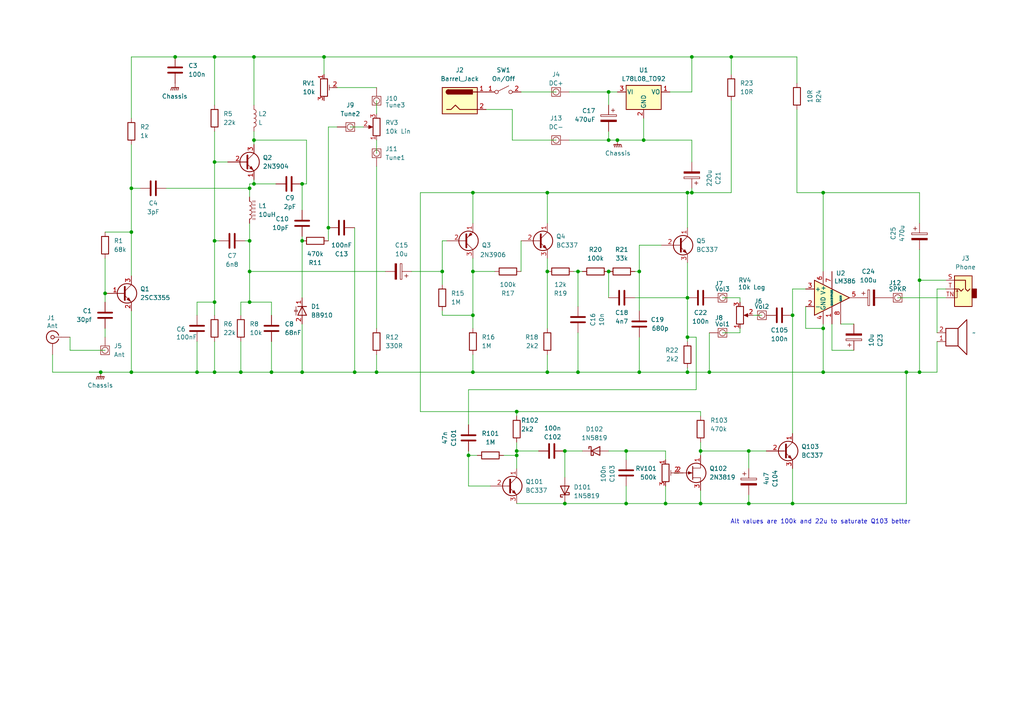
<source format=kicad_sch>
(kicad_sch (version 20231120) (generator "eeschema") (generator_version "8.0")
  (paper "A4")
  (title_block (title "G1OJS Airband Superregen with Speaker with Auto Squelch") (date "2024-05-17") (rev "7"))
  (lib_symbols
    (symbol "Amplifier_Audio:LM386" (pin_names (offset 0.127))
      (property "Reference" "U" (at 1.27 7.62 0))
      (property "Value" "LM386" (at 1.27 5.08 0))
      (symbol "LM386_1_1"
        (pin input line (at 0 -7.62 90) (length 5.08) (name "GAIN") (number "1"))
        (pin input line (at -7.62 -2.54 0) (length 2.54) (name "-") (number "2"))
        (pin input line (at -7.62 2.54 0) (length 2.54) (name "+") (number "3"))
        (pin power_in line (at -2.54 -7.62 90) (length 3.81) (name "GND") (number "4"))
        (pin output line (at 7.62 0 180) (length 2.54) (name "~") (number "5"))
        (pin power_in line (at -2.54 7.62 270) (length 3.81) (name "V+") (number "6"))
        (pin input line (at 0 7.62 270) (length 5.08) (name "BYPASS") (number "7"))
        (pin input line (at 2.54 -7.62 90) (length 6.35) (name "GAIN") (number "8"))
      )
    )
    (symbol "Connector:Barrel_Jack" (pin_names (offset 1.016))
      (property "Reference" "J" (at 0 5.334 0))
      (property "Value" "Barrel_Jack" (at 0 -5.08 0))
      (symbol "Barrel_Jack_1_1"
        (pin passive line (at 7.62 2.54 180) (length 2.54) (name "~") (number "1"))
        (pin passive line (at 7.62 -2.54 180) (length 2.54) (name "~") (number "2"))
      )
    )
    (symbol "Connector:Conn_Coaxial" (pin_numbers hide) (pin_names (offset 1.016) hide)
      (property "Reference" "J" (at 0.254 3.048 0))
      (property "Value" "Conn_Coaxial" (at 2.921 0 90))
      (symbol "Conn_Coaxial_1_1"
        (pin passive line (at -5.08 0 0) (length 2.54) (name "In") (number "1"))
        (pin passive line (at 0 -5.08 90) (length 2.54) (name "Ext") (number "2"))
      )
    )
    (symbol "Connector_Audio:AudioJack2_SwitchT"
      (property "Reference" "J" (at 0 8.89 0))
      (property "Value" "AudioJack2_SwitchT" (at 0 6.35 0))
      (symbol "AudioJack2_SwitchT_1_1"
        (pin passive line (at 5.08 2.54 180) (length 2.54) (name "~") (number "S"))
        (pin passive line (at 5.08 0 180) (length 2.54) (name "~") (number "T"))
        (pin passive line (at 5.08 -2.54 180) (length 2.54) (name "~") (number "TN"))
      )
    )
    (symbol "Device:C" (pin_numbers hide) (pin_names (offset 0.254))
      (property "Reference" "C" (at 0.635 2.54 0))
      (property "Value" "C" (at 0.635 -2.54 0))
      (symbol "C_1_1"
        (pin passive line (at 0 3.81 270) (length 2.794) (name "~") (number "1"))
        (pin passive line (at 0 -3.81 90) (length 2.794) (name "~") (number "2"))
      )
    )
    (symbol "Device:C_Polarized" (pin_numbers hide) (pin_names (offset 0.254))
      (property "Reference" "C" (at 0.635 2.54 0))
      (property "Value" "C_Polarized" (at 0.635 -2.54 0))
      (symbol "C_Polarized_1_1"
        (pin passive line (at 0 3.81 270) (length 2.794) (name "~") (number "1"))
        (pin passive line (at 0 -3.81 90) (length 2.794) (name "~") (number "2"))
      )
    )
    (symbol "Device:L" (pin_numbers hide) (pin_names (offset 1.016) hide)
      (property "Reference" "L" (at -1.27 0 90))
      (property "Value" "L" (at 1.905 0 90))
      (symbol "L_1_1"
        (pin passive line (at 0 3.81 270) (length 1.27) (name "1") (number "1"))
        (pin passive line (at 0 -3.81 90) (length 1.27) (name "2") (number "2"))
      )
    )
    (symbol "Device:L_Ferrite" (pin_numbers hide) (pin_names (offset 1.016) hide)
      (property "Reference" "L" (at -1.27 0 90))
      (property "Value" "L_Ferrite" (at 2.794 0 90))
      (symbol "L_Ferrite_1_1"
        (pin passive line (at 0 3.81 270) (length 1.27) (name "1") (number "1"))
        (pin passive line (at 0 -3.81 90) (length 1.27) (name "2") (number "2"))
      )
    )
    (symbol "Device:R" (pin_numbers hide) (pin_names (offset 0))
      (property "Reference" "R" (at 2.032 0 90))
      (property "Value" "R" (at 0 0 90))
      (symbol "R_1_1"
        (pin passive line (at 0 3.81 270) (length 1.27) (name "~") (number "1"))
        (pin passive line (at 0 -3.81 90) (length 1.27) (name "~") (number "2"))
      )
    )
    (symbol "Device:R_Potentiometer" (pin_names (offset 1.016) hide)
      (property "Reference" "RV" (at -4.445 0 90))
      (property "Value" "R_Potentiometer" (at -2.54 0 90))
      (symbol "R_Potentiometer_1_1"
        (pin passive line (at 0 3.81 270) (length 1.27) (name "1") (number "1"))
        (pin passive line (at 3.81 0 180) (length 1.27) (name "2") (number "2"))
        (pin passive line (at 0 -3.81 90) (length 1.27) (name "3") (number "3"))
      )
    )
    (symbol "Device:R_Potentiometer_Trim" (pin_names (offset 1.016) hide)
      (property "Reference" "RV" (at -4.445 0 90))
      (property "Value" "R_Potentiometer_Trim" (at -2.54 0 90))
      (symbol "R_Potentiometer_Trim_1_1"
        (pin passive line (at 0 3.81 270) (length 1.27) (name "1") (number "1"))
        (pin passive line (at 3.81 0 180) (length 1.27) (name "2") (number "2"))
        (pin passive line (at 0 -3.81 90) (length 1.27) (name "3") (number "3"))
      )
    )
    (symbol "Device:Speaker" (pin_names (offset 0) hide)
      (property "Reference" "LS" (at 1.27 5.715 0))
      (property "Value" "Speaker" (at 1.27 3.81 0))
      (symbol "Speaker_1_1"
        (pin input line (at -5.08 0 0) (length 2.54) (name "1") (number "1"))
        (pin input line (at -5.08 -2.54 0) (length 2.54) (name "2") (number "2"))
      )
    )
    (symbol "Diode:1N5819" (pin_numbers hide) (pin_names (offset 1.016) hide)
      (property "Reference" "D" (at 0 2.54 0))
      (property "Value" "1N5819" (at 0 -2.54 0))
      (symbol "1N5819_1_1"
        (pin passive line (at -3.81 0 0) (length 2.54) (name "K") (number "1"))
        (pin passive line (at 3.81 0 180) (length 2.54) (name "A") (number "2"))
      )
    )
    (symbol "FlyingLead_THTPad_2.0x2.0mm_Drill1.0mm_1_1" (pin_numbers hide) (pin_names (offset 0) hide)
      (property "Reference" "J" (at 0 2.54 0))
      (symbol "FlyingLead_THTPad_2.0x2.0mm_Drill1.0mm_1_1_1_0"
        (pin passive line (at 0 0 180) (length 0) (name "") (number "1"))
      )
      (symbol "FlyingLead_THTPad_2.0x2.0mm_Drill1.0mm_1_1_1_1"
        (pin passive line (at -3.81 0 0) (length 2.54) (name "") (number "1"))
      )
    )
    (symbol "FlyingLead_THTPad_2.0x2.0mm_Drill1.0mm_1_2" (pin_numbers hide) (pin_names (offset 0) hide)
      (property "Reference" "J" (at 0 2.54 0))
      (symbol "FlyingLead_THTPad_2.0x2.0mm_Drill1.0mm_1_2_1_0"
        (pin passive line (at 0 0 180) (length 0) (name "") (number "1"))
      )
      (symbol "FlyingLead_THTPad_2.0x2.0mm_Drill1.0mm_1_2_1_1"
        (pin passive line (at -3.81 0 0) (length 2.54) (name "") (number "1"))
      )
    )
    (symbol "FlyingLead_THTPad_2.0x2.0mm_Drill1.0mm_1_3" (pin_numbers hide) (pin_names (offset 0) hide)
      (property "Reference" "J" (at 0 2.54 0))
      (symbol "FlyingLead_THTPad_2.0x2.0mm_Drill1.0mm_1_3_1_0"
        (pin passive line (at 0 0 180) (length 0) (name "") (number "1"))
      )
      (symbol "FlyingLead_THTPad_2.0x2.0mm_Drill1.0mm_1_3_1_1"
        (pin passive line (at -3.81 0 0) (length 2.54) (name "") (number "1"))
      )
    )
    (symbol "FlyingLead_THTPad_2.0x2.0mm_Drill1.0mm_1_4" (pin_numbers hide) (pin_names (offset 0) hide)
      (property "Reference" "J" (at 0 2.54 0))
      (symbol "FlyingLead_THTPad_2.0x2.0mm_Drill1.0mm_1_4_1_0"
        (pin passive line (at 0 0 180) (length 0) (name "") (number "1"))
      )
      (symbol "FlyingLead_THTPad_2.0x2.0mm_Drill1.0mm_1_4_1_1"
        (pin passive line (at -3.81 0 0) (length 2.54) (name "") (number "1"))
      )
    )
    (symbol "Regulator_Linear:L78L08_TO92" (pin_names (offset 0.254))
      (property "Reference" "U" (at -3.81 3.175 0))
      (property "Value" "L78L08_TO92" (at 0 3.175 0))
      (symbol "L78L08_TO92_1_1"
        (pin power_out line (at 7.62 0 180) (length 2.54) (name "VO") (number "1"))
        (pin power_in line (at 0 -7.62 90) (length 2.54) (name "GND") (number "2"))
        (pin power_in line (at -7.62 0 0) (length 2.54) (name "VI") (number "3"))
      )
    )
    (symbol "Switch:SW_SPST" (pin_names (offset 0) hide)
      (property "Reference" "SW" (at 0 3.175 0))
      (property "Value" "SW_SPST" (at 0 -2.54 0))
      (symbol "SW_SPST_1_1"
        (pin passive line (at -5.08 0 0) (length 2.54) (name "A") (number "1"))
        (pin passive line (at 5.08 0 180) (length 2.54) (name "B") (number "2"))
      )
    )
    (symbol "Transistor_BJT:2N3904" (pin_names (offset 0) hide)
      (property "Reference" "Q" (at 5.08 1.905 0))
      (property "Value" "2N3904" (at 5.08 0 0))
      (symbol "2N3904_1_1"
        (pin passive line (at 2.54 -5.08 90) (length 2.54) (name "E") (number "1"))
        (pin passive line (at -5.08 0 0) (length 5.715) (name "B") (number "2"))
        (pin passive line (at 2.54 5.08 270) (length 2.54) (name "C") (number "3"))
      )
    )
    (symbol "Transistor_BJT:2N3906" (pin_names (offset 0) hide)
      (property "Reference" "Q" (at 5.08 1.905 0))
      (property "Value" "2N3906" (at 5.08 0 0))
      (symbol "2N3906_1_1"
        (pin passive line (at 2.54 -5.08 90) (length 2.54) (name "E") (number "1"))
        (pin input line (at -5.08 0 0) (length 5.715) (name "B") (number "2"))
        (pin passive line (at 2.54 5.08 270) (length 2.54) (name "C") (number "3"))
      )
    )
    (symbol "Transistor_BJT:BC337" (pin_names (offset 0) hide)
      (property "Reference" "Q" (at 5.08 1.905 0))
      (property "Value" "BC337" (at 5.08 0 0))
      (symbol "BC337_1_1"
        (pin passive line (at 2.54 5.08 270) (length 2.54) (name "C") (number "1"))
        (pin input line (at -5.08 0 0) (length 5.08) (name "B") (number "2"))
        (pin passive line (at 2.54 -5.08 90) (length 2.54) (name "E") (number "3"))
      )
    )
    (symbol "Transistor_FET:2N3819" (pin_names hide)
      (property "Reference" "Q" (at 5.08 1.905 0))
      (property "Value" "2N3819" (at 5.08 0 0))
      (symbol "2N3819_1_1"
        (pin passive line (at 2.54 5.08 270) (length 2.54) (name "D") (number "1"))
        (pin input line (at -5.08 0 0) (length 2.54) (name "G") (number "2"))
        (pin passive line (at 2.54 -5.08 90) (length 2.54) (name "S") (number "3"))
      )
    )
    (symbol "power:GNDPWR" (power) (pin_numbers hide) (pin_names (offset 0) hide)
      (property "Value" "GNDPWR" (at 0 -3.302 0))
      (symbol "GNDPWR_1_1"
        (pin power_in line (at 0 0 270) (length 0) (name "~") (number "1"))
      )
    )
    (symbol "z_Diode_Varicap:BB910" (pin_names (offset 0) hide)
      (property "Reference" "D" (at -1.27 4.064 0))
      (property "Value" "BB910" (at 0 0 0))
      (symbol "BB910_1_1"
        (pin passive line (at -3.81 0 0) (length 2.54) (name "K") (number "1"))
        (pin passive line (at 3.81 0 180) (length 2.54) (name "A") (number "2"))
      )
    )
    (symbol "z_Pads:FlyingLead_THTPad_2.0x2.0mm_Drill1.0mm_1" (pin_numbers hide) (pin_names (offset 0) hide)
      (property "Reference" "J" (at 0 2.54 0))
      (symbol "FlyingLead_THTPad_2.0x2.0mm_Drill1.0mm_1_1_0"
        (pin passive line (at 0 0 180) (length 0) (name "") (number "1"))
      )
      (symbol "FlyingLead_THTPad_2.0x2.0mm_Drill1.0mm_1_1_1"
        (pin passive line (at -3.81 0 0) (length 2.54) (name "") (number "1"))
      )
    )
    (symbol "z_Transistor_BJT:2SC3355" (pin_names (offset 0) hide)
      (property "Reference" "Q" (at 5.588 -0.762 0))
      (property "Value" "2SC3355" (at 9.144 -2.794 0))
      (symbol "2SC3355_1_1"
        (pin passive line (at -5.08 0 0) (length 5.715) (name "B") (number "1"))
        (pin passive line (at 2.54 -5.08 90) (length 2.54) (name "E") (number "2"))
        (pin passive line (at 2.54 5.08 270) (length 2.54) (name "C") (number "3"))
      )
    )
  )
  (junction (at 179.07 40.64))
  (junction (at 95.25 66.04))
  (junction (at 199.39 107.95))
  (junction (at 137.16 107.95))
  (junction (at 158.75 78.74))
  (junction (at 185.42 107.95))
  (junction (at 62.23 16.51))
  (junction (at 62.23 107.95))
  (junction (at 186.69 40.64))
  (junction (at 266.7 107.95))
  (junction (at 167.64 78.74))
  (junction (at 200.66 55.88))
  (junction (at 102.87 107.95))
  (junction (at 29.21 107.95))
  (junction (at 185.42 78.74))
  (junction (at 109.22 107.95))
  (junction (at 158.75 107.95))
  (junction (at 176.53 40.64))
  (junction (at 176.53 78.74))
  (junction (at 69.85 107.95))
  (junction (at 128.27 78.74))
  (junction (at 87.63 69.85))
  (junction (at 38.1 54.61))
  (junction (at 50.8 16.51))
  (junction (at 62.23 69.85))
  (junction (at 266.7 81.28))
  (junction (at 217.17 130.81))
  (junction (at 87.63 107.95))
  (junction (at 78.74 107.95))
  (junction (at 238.76 95.25))
  (junction (at 135.89 132.08))
  (junction (at 73.66 16.51))
  (junction (at 137.16 78.74))
  (junction (at 163.83 146.05))
  (junction (at 38.1 67.31))
  (junction (at 199.39 97.79))
  (junction (at 212.09 16.51))
  (junction (at 72.39 54.61))
  (junction (at 205.74 107.95))
  (junction (at 199.39 86.36))
  (junction (at 87.63 53.34))
  (junction (at 200.66 16.51))
  (junction (at 72.39 87.63))
  (junction (at 38.1 107.95))
  (junction (at 73.66 53.34))
  (junction (at 93.98 16.51))
  (junction (at 137.16 55.88))
  (junction (at 149.86 130.81))
  (junction (at 217.17 146.05))
  (junction (at 163.83 130.81))
  (junction (at 62.23 46.99))
  (junction (at 176.53 26.67))
  (junction (at 203.2 130.81))
  (junction (at 30.48 85.09))
  (junction (at 262.89 107.95))
  (junction (at 72.39 78.74))
  (junction (at 149.86 119.38))
  (junction (at 158.75 55.88))
  (junction (at 238.76 107.95))
  (junction (at 137.16 91.44))
  (junction (at 193.04 146.05))
  (junction (at 181.61 130.81))
  (junction (at 149.86 132.08))
  (junction (at 181.61 146.05))
  (junction (at 229.87 146.05))
  (junction (at 57.15 107.95))
  (junction (at 203.2 146.05))
  (junction (at 199.39 55.88))
  (junction (at 62.23 87.63))
  (junction (at 72.39 69.85))
  (junction (at 73.66 40.64))
  (junction (at 229.87 91.44))
  (junction (at 238.76 55.88))
  (junction (at 167.64 107.95))
  (wire (pts (xy 40.64 54.61) (xy 38.1 54.61)))
  (wire (pts (xy 151.13 26.67) (xy 161.29 26.67)))
  (wire (pts (xy 30.48 67.31) (xy 38.1 67.31)))
  (wire (pts (xy 229.87 83.82) (xy 229.87 91.44)))
  (wire (pts (xy 149.86 128.27) (xy 149.86 130.81)))
  (wire (pts (xy 243.84 93.98) (xy 247.65 93.98)))
  (wire (pts (xy 158.75 55.88) (xy 158.75 64.77)))
  (wire (pts (xy 73.66 16.51) (xy 93.98 16.51)))
  (wire (pts (xy 158.75 55.88) (xy 199.39 55.88)))
  (wire (pts (xy 233.68 95.25) (xy 238.76 95.25)))
  (wire (pts (xy 73.66 40.64) (xy 73.66 41.91)))
  (wire (pts (xy 209.55 96.52) (xy 214.63 96.52)))
  (wire (pts (xy 186.69 34.29) (xy 186.69 40.64)))
  (wire (pts (xy 185.42 78.74) (xy 185.42 90.17)))
  (wire (pts (xy 158.75 102.87) (xy 158.75 107.95)))
  (wire (pts (xy 137.16 55.88) (xy 158.75 55.88)))
  (wire (pts (xy 199.39 97.79) (xy 199.39 99.06)))
  (wire (pts (xy 15.24 102.87) (xy 15.24 107.95)))
  (wire (pts (xy 158.75 78.74) (xy 158.75 95.25)))
  (wire (pts (xy 238.76 95.25) (xy 238.76 107.95)))
  (wire (pts (xy 260.35 86.36) (xy 274.32 86.36)))
  (wire (pts (xy 57.15 87.63) (xy 57.15 91.44)))
  (wire (pts (xy 165.1 26.67) (xy 176.53 26.67)))
  (wire (pts (xy 185.42 71.12) (xy 185.42 78.74)))
  (wire (pts (xy 176.53 130.81) (xy 181.61 130.81)))
  (wire (pts (xy 62.23 99.06) (xy 62.23 107.95)))
  (wire (pts (xy 167.64 78.74) (xy 167.64 88.9)))
  (wire (pts (xy 200.66 16.51) (xy 200.66 26.67)))
  (wire (pts (xy 87.63 69.85) (xy 87.63 86.36)))
  (wire (pts (xy 199.39 106.68) (xy 199.39 107.95)))
  (wire (pts (xy 69.85 87.63) (xy 69.85 91.44)))
  (wire (pts (xy 212.09 21.59) (xy 212.09 16.51)))
  (wire (pts (xy 128.27 69.85) (xy 129.54 69.85)))
  (wire (pts (xy 78.74 87.63) (xy 78.74 91.44)))
  (wire (pts (xy 205.74 86.36) (xy 207.01 86.36)))
  (wire (pts (xy 62.23 38.1) (xy 62.23 46.99)))
  (wire (pts (xy 165.1 40.64) (xy 176.53 40.64)))
  (wire (pts (xy 168.91 130.81) (xy 163.83 130.81)))
  (wire (pts (xy 62.23 69.85) (xy 62.23 87.63)))
  (wire (pts (xy 30.48 85.09) (xy 30.48 87.63)))
  (wire (pts (xy 176.53 38.1) (xy 176.53 40.64)))
  (wire (pts (xy 200.66 46.99) (xy 200.66 40.64)))
  (wire (pts (xy 229.87 146.05) (xy 262.89 146.05)))
  (wire (pts (xy 73.66 52.07) (xy 73.66 53.34)))
  (wire (pts (xy 200.66 16.51) (xy 212.09 16.51)))
  (wire (pts (xy 87.63 107.95) (xy 102.87 107.95)))
  (wire (pts (xy 119.38 78.74) (xy 128.27 78.74)))
  (wire (pts (xy 149.86 130.81) (xy 149.86 132.08)))
  (wire (pts (xy 30.48 74.93) (xy 30.48 85.09)))
  (wire (pts (xy 176.53 30.48) (xy 176.53 26.67)))
  (wire (pts (xy 271.78 99.06) (xy 271.78 107.95)))
  (wire (pts (xy 241.3 101.6) (xy 247.65 101.6)))
  (wire (pts (xy 20.32 97.79) (xy 20.32 101.6)))
  (wire (pts (xy 50.8 16.51) (xy 62.23 16.51)))
  (wire (pts (xy 231.14 16.51) (xy 231.14 24.13)))
  (wire (pts (xy 63.5 69.85) (xy 62.23 69.85)))
  (wire (pts (xy 185.42 71.12) (xy 191.77 71.12)))
  (wire (pts (xy 238.76 93.98) (xy 238.76 95.25)))
  (wire (pts (xy 217.17 130.81) (xy 203.2 130.81)))
  (wire (pts (xy 229.87 91.44) (xy 229.87 125.73)))
  (wire (pts (xy 161.29 40.64) (xy 148.59 40.64)))
  (wire (pts (xy 266.7 72.39) (xy 266.7 81.28)))
  (wire (pts (xy 87.63 53.34) (xy 88.9 53.34)))
  (wire (pts (xy 62.23 87.63) (xy 62.23 91.44)))
  (wire (pts (xy 80.01 53.34) (xy 73.66 53.34)))
  (wire (pts (xy 199.39 55.88) (xy 199.39 66.04)))
  (wire (pts (xy 128.27 69.85) (xy 128.27 78.74)))
  (wire (pts (xy 57.15 87.63) (xy 62.23 87.63)))
  (wire (pts (xy 78.74 107.95) (xy 87.63 107.95)))
  (wire (pts (xy 262.89 146.05) (xy 262.89 107.95)))
  (wire (pts (xy 200.66 55.88) (xy 200.66 54.61)))
  (wire (pts (xy 72.39 78.74) (xy 72.39 87.63)))
  (wire (pts (xy 266.7 55.88) (xy 266.7 64.77)))
  (wire (pts (xy 151.13 69.85) (xy 151.13 78.74)))
  (wire (pts (xy 200.66 55.88) (xy 199.39 55.88)))
  (wire (pts (xy 95.25 69.85) (xy 95.25 66.04)))
  (wire (pts (xy 203.2 120.65) (xy 203.2 119.38)))
  (wire (pts (xy 69.85 87.63) (xy 72.39 87.63)))
  (wire (pts (xy 78.74 99.06) (xy 78.74 107.95)))
  (wire (pts (xy 229.87 83.82) (xy 233.68 83.82)))
  (wire (pts (xy 109.22 40.64) (xy 109.22 44.45)))
  (wire (pts (xy 137.16 107.95) (xy 158.75 107.95)))
  (wire (pts (xy 205.74 107.95) (xy 238.76 107.95)))
  (wire (pts (xy 181.61 130.81) (xy 193.04 130.81)))
  (wire (pts (xy 185.42 97.79) (xy 185.42 107.95)))
  (wire (pts (xy 194.31 26.67) (xy 200.66 26.67)))
  (wire (pts (xy 135.89 113.03) (xy 135.89 123.19)))
  (wire (pts (xy 48.26 54.61) (xy 72.39 54.61)))
  (wire (pts (xy 109.22 48.26) (xy 109.22 95.25)))
  (wire (pts (xy 217.17 143.51) (xy 217.17 146.05)))
  (wire (pts (xy 72.39 53.34) (xy 72.39 54.61)))
  (wire (pts (xy 199.39 76.2) (xy 199.39 86.36)))
  (wire (pts (xy 138.43 132.08) (xy 135.89 132.08)))
  (wire (pts (xy 209.55 86.36) (xy 214.63 86.36)))
  (wire (pts (xy 195.58 137.16) (xy 196.85 137.16)))
  (wire (pts (xy 167.64 96.52) (xy 167.64 107.95)))
  (wire (pts (xy 238.76 107.95) (xy 262.89 107.95)))
  (wire (pts (xy 212.09 16.51) (xy 231.14 16.51)))
  (wire (pts (xy 181.61 146.05) (xy 193.04 146.05)))
  (wire (pts (xy 163.83 146.05) (xy 181.61 146.05)))
  (wire (pts (xy 137.16 78.74) (xy 137.16 91.44)))
  (wire (pts (xy 137.16 74.93) (xy 137.16 78.74)))
  (wire (pts (xy 121.92 119.38) (xy 121.92 55.88)))
  (wire (pts (xy 193.04 140.97) (xy 193.04 146.05)))
  (wire (pts (xy 203.2 130.81) (xy 203.2 132.08)))
  (wire (pts (xy 199.39 107.95) (xy 205.74 107.95)))
  (wire (pts (xy 38.1 67.31) (xy 38.1 80.01)))
  (wire (pts (xy 181.61 140.97) (xy 181.61 146.05)))
  (wire (pts (xy 29.21 107.95) (xy 38.1 107.95)))
  (wire (pts (xy 62.23 46.99) (xy 62.23 69.85)))
  (wire (pts (xy 62.23 107.95) (xy 57.15 107.95)))
  (wire (pts (xy 121.92 55.88) (xy 137.16 55.88)))
  (wire (pts (xy 146.05 132.08) (xy 149.86 132.08)))
  (wire (pts (xy 15.24 107.95) (xy 29.21 107.95)))
  (wire (pts (xy 137.16 102.87) (xy 137.16 107.95)))
  (wire (pts (xy 101.6 36.83) (xy 105.41 36.83)))
  (wire (pts (xy 176.53 40.64) (xy 179.07 40.64)))
  (wire (pts (xy 137.16 55.88) (xy 137.16 64.77)))
  (wire (pts (xy 149.86 119.38) (xy 149.86 120.65)))
  (wire (pts (xy 179.07 26.67) (xy 176.53 26.67)))
  (wire (pts (xy 201.93 97.79) (xy 199.39 97.79)))
  (wire (pts (xy 203.2 142.24) (xy 203.2 146.05)))
  (wire (pts (xy 135.89 113.03) (xy 201.93 113.03)))
  (wire (pts (xy 69.85 99.06) (xy 69.85 107.95)))
  (wire (pts (xy 38.1 16.51) (xy 50.8 16.51)))
  (wire (pts (xy 93.98 16.51) (xy 200.66 16.51)))
  (wire (pts (xy 128.27 91.44) (xy 137.16 91.44)))
  (wire (pts (xy 231.14 31.75) (xy 231.14 55.88)))
  (wire (pts (xy 212.09 55.88) (xy 200.66 55.88)))
  (wire (pts (xy 30.48 95.25) (xy 30.48 97.79)))
  (wire (pts (xy 149.86 130.81) (xy 156.21 130.81)))
  (wire (pts (xy 167.64 107.95) (xy 185.42 107.95)))
  (wire (pts (xy 72.39 54.61) (xy 72.39 57.15)))
  (wire (pts (xy 176.53 78.74) (xy 176.53 86.36)))
  (wire (pts (xy 238.76 55.88) (xy 266.7 55.88)))
  (wire (pts (xy 212.09 29.21) (xy 212.09 55.88)))
  (wire (pts (xy 102.87 107.95) (xy 109.22 107.95)))
  (wire (pts (xy 149.86 119.38) (xy 203.2 119.38)))
  (wire (pts (xy 238.76 55.88) (xy 238.76 78.74)))
  (wire (pts (xy 203.2 128.27) (xy 203.2 130.81)))
  (wire (pts (xy 271.78 83.82) (xy 274.32 83.82)))
  (wire (pts (xy 214.63 96.52) (xy 214.63 95.25)))
  (wire (pts (xy 217.17 130.81) (xy 217.17 135.89)))
  (wire (pts (xy 73.66 40.64) (xy 88.9 40.64)))
  (wire (pts (xy 73.66 38.1) (xy 73.66 40.64)))
  (wire (pts (xy 217.17 146.05) (xy 229.87 146.05)))
  (wire (pts (xy 222.25 91.44) (xy 224.79 91.44)))
  (wire (pts (xy 57.15 99.06) (xy 57.15 107.95)))
  (wire (pts (xy 193.04 133.35) (xy 193.04 130.81)))
  (wire (pts (xy 38.1 54.61) (xy 38.1 67.31)))
  (wire (pts (xy 163.83 130.81) (xy 163.83 138.43)))
  (wire (pts (xy 149.86 132.08) (xy 149.86 135.89)))
  (wire (pts (xy 135.89 130.81) (xy 135.89 132.08)))
  (wire (pts (xy 181.61 130.81) (xy 181.61 133.35)))
  (wire (pts (xy 149.86 146.05) (xy 163.83 146.05)))
  (wire (pts (xy 93.98 21.59) (xy 93.98 16.51)))
  (wire (pts (xy 102.87 66.04) (xy 102.87 107.95)))
  (wire (pts (xy 128.27 91.44) (xy 128.27 90.17)))
  (wire (pts (xy 222.25 130.81) (xy 217.17 130.81)))
  (wire (pts (xy 241.3 93.98) (xy 241.3 101.6)))
  (wire (pts (xy 135.89 132.08) (xy 135.89 140.97)))
  (wire (pts (xy 262.89 107.95) (xy 266.7 107.95)))
  (wire (pts (xy 87.63 68.58) (xy 87.63 69.85)))
  (wire (pts (xy 135.89 140.97) (xy 142.24 140.97)))
  (wire (pts (xy 38.1 16.51) (xy 38.1 34.29)))
  (wire (pts (xy 72.39 69.85) (xy 72.39 78.74)))
  (wire (pts (xy 185.42 107.95) (xy 199.39 107.95)))
  (wire (pts (xy 71.12 69.85) (xy 72.39 69.85)))
  (wire (pts (xy 72.39 78.74) (xy 111.76 78.74)))
  (wire (pts (xy 62.23 16.51) (xy 62.23 30.48)))
  (wire (pts (xy 38.1 41.91) (xy 38.1 54.61)))
  (wire (pts (xy 148.59 31.75) (xy 140.97 31.75)))
  (wire (pts (xy 231.14 55.88) (xy 238.76 55.88)))
  (wire (pts (xy 109.22 102.87) (xy 109.22 107.95)))
  (wire (pts (xy 87.63 93.98) (xy 87.63 107.95)))
  (wire (pts (xy 72.39 64.77) (xy 72.39 69.85)))
  (wire (pts (xy 38.1 90.17) (xy 38.1 107.95)))
  (wire (pts (xy 78.74 107.95) (xy 69.85 107.95)))
  (wire (pts (xy 214.63 86.36) (xy 214.63 87.63)))
  (wire (pts (xy 233.68 88.9) (xy 233.68 95.25)))
  (wire (pts (xy 266.7 81.28) (xy 274.32 81.28)))
  (wire (pts (xy 109.22 107.95) (xy 137.16 107.95)))
  (wire (pts (xy 205.74 96.52) (xy 205.74 107.95)))
  (wire (pts (xy 166.37 78.74) (xy 167.64 78.74)))
  (wire (pts (xy 167.64 78.74) (xy 168.91 78.74)))
  (wire (pts (xy 38.1 107.95) (xy 57.15 107.95)))
  (wire (pts (xy 201.93 113.03) (xy 201.93 97.79)))
  (wire (pts (xy 62.23 46.99) (xy 66.04 46.99)))
  (wire (pts (xy 128.27 82.55) (xy 128.27 78.74)))
  (wire (pts (xy 184.15 86.36) (xy 199.39 86.36)))
  (wire (pts (xy 109.22 29.21) (xy 109.22 33.02)))
  (wire (pts (xy 229.87 135.89) (xy 229.87 146.05)))
  (wire (pts (xy 148.59 40.64) (xy 148.59 31.75)))
  (wire (pts (xy 271.78 107.95) (xy 266.7 107.95)))
  (wire (pts (xy 218.44 91.44) (xy 220.98 91.44)))
  (wire (pts (xy 95.25 36.83) (xy 97.79 36.83)))
  (wire (pts (xy 97.79 25.4) (xy 109.22 25.4)))
  (wire (pts (xy 186.69 40.64) (xy 200.66 40.64)))
  (wire (pts (xy 266.7 81.28) (xy 266.7 107.95)))
  (wire (pts (xy 137.16 78.74) (xy 143.51 78.74)))
  (wire (pts (xy 62.23 16.51) (xy 73.66 16.51)))
  (wire (pts (xy 137.16 91.44) (xy 137.16 95.25)))
  (wire (pts (xy 158.75 107.95) (xy 167.64 107.95)))
  (wire (pts (xy 193.04 146.05) (xy 203.2 146.05)))
  (wire (pts (xy 203.2 146.05) (xy 217.17 146.05)))
  (wire (pts (xy 62.23 107.95) (xy 69.85 107.95)))
  (wire (pts (xy 186.69 40.64) (xy 179.07 40.64)))
  (wire (pts (xy 88.9 40.64) (xy 88.9 53.34)))
  (wire (pts (xy 73.66 53.34) (xy 72.39 53.34)))
  (wire (pts (xy 95.25 36.83) (xy 95.25 66.04)))
  (wire (pts (xy 121.92 119.38) (xy 149.86 119.38)))
  (wire (pts (xy 184.15 78.74) (xy 185.42 78.74)))
  (wire (pts (xy 20.32 101.6) (xy 30.48 101.6)))
  (wire (pts (xy 271.78 96.52) (xy 271.78 83.82)))
  (wire (pts (xy 199.39 86.36) (xy 199.39 97.79)))
  (wire (pts (xy 72.39 87.63) (xy 78.74 87.63)))
  (wire (pts (xy 73.66 30.48) (xy 73.66 16.51)))
  (wire (pts (xy 87.63 60.96) (xy 87.63 53.34)))
  (wire (pts (xy 158.75 74.93) (xy 158.75 78.74)))
  (text "Alt values are 100k and 22u to saturate Q103 better" (at 237.998 151.384 0) (effects (font (size 1.27 1.27))))
  (symbol (lib_id "Device:C") (at 226.06 91.44 90) (unit 1)
    (property "Reference" "C105" (at 226.06 95.758 90))
    (property "Value" "100n" (at 226.06 98.298 90))
    (property "Footprint" "Capacitor_THT:C_Disc_D5.0mm_W2.5mm_P5.00mm" (effects (hide yes)))
    (property "Description" "Unpolarized capacitor" (effects (hide yes)))
  )
  (symbol (lib_id "Device:C") (at 78.74 95.25 0) (unit 1)
    (property "Reference" "C8" (at 82.55 93.9799 0) (effects (justify left)))
    (property "Value" "68nF" (at 82.55 96.5199 0) (effects (justify left)))
    (property "Footprint" "Capacitor_THT:C_Disc_D5.0mm_W2.5mm_P5.00mm" (effects (hide yes)))
    (property "Description" "Unpolarized capacitor" (effects (hide yes)))
  )
  (symbol (lib_id "Device:C") (at 67.31 69.85 90) (unit 1)
    (property "Reference" "C7" (at 67.31 74.168 90))
    (property "Value" "6n8" (at 67.31 76.708 90))
    (property "Footprint" "Capacitor_THT:C_Disc_D5.0mm_W2.5mm_P5.00mm" (effects (hide yes)))
    (property "Description" "Unpolarized capacitor" (effects (hide yes)))
  )
  (symbol (lib_id "Transistor_BJT:BC337") (at 227.33 130.81 0) (unit 1)
    (property "Reference" "Q103" (at 232.41 129.5399 0) (effects (justify left)))
    (property "Value" "BC337" (at 232.41 132.0799 0) (effects (justify left)))
    (property "Footprint" "Package_TO_SOT_THT:TO-92_Inline" (effects (hide yes)))
    (property "Datasheet" "https://diotec.com/tl_files/diotec/files/pdf/datasheets/bc337.pdf" (effects (hide yes)))
    (property "Description" "0.8A Ic, 45V Vce, NPN Transistor, TO-92" (effects (hide yes)))
  )
  (symbol (lib_id "Device:R_Potentiometer_Trim") (at 193.04 137.16 0) (unit 1)
    (property "Reference" "RV101" (at 190.5 135.8899 0) (effects (justify right)))
    (property "Value" "500k" (at 190.5 138.4299 0) (effects (justify right)))
    (property "Footprint" "Potentiometer_THT:Potentiometer_Runtron_RM-065_Vertical" (effects (hide yes)))
    (property "Description" "Trim-potentiometer" (effects (hide yes)))
  )
  (symbol (lib_id "Device:L_Ferrite") (at 72.39 60.96 0) (unit 1)
    (property "Reference" "L1" (at 74.93 59.6899 0) (effects (justify left)))
    (property "Value" "10uH" (at 74.93 62.2299 0) (effects (justify left)))
    (property "Footprint" "Inductor_THT:L_Axial_L6.6mm_D2.7mm_P2.54mm_Vertical_Vishay_IM-2" (effects (hide yes)))
    (property "Description" "Inductor with ferrite core" (effects (hide yes)))
  )
  (symbol (lib_id "Diode:1N5819") (at 172.72 130.81 0) (unit 1)
    (property "Reference" "D102" (at 172.4025 124.46 0))
    (property "Value" "1N5819" (at 172.4025 127 0))
    (property "Footprint" "Diode_THT:D_DO-41_SOD81_P10.16mm_Horizontal" (effects (hide yes)))
    (property "Datasheet" "http://www.vishay.com/docs/88525/1n5817.pdf" (effects (hide yes)))
    (property "Description" "40V 1A Schottky Barrier Rectifier Diode, DO-41" (effects (hide yes)))
  )
  (symbol (lib_id "Device:R") (at 62.23 95.25 0) (unit 1)
    (property "Reference" "R6" (at 64.77 93.9799 0) (effects (justify left)))
    (property "Value" "22k" (at 64.77 96.5199 0) (effects (justify left)))
    (property "Footprint" "Resistor_THT:R_Axial_DIN0207_L6.3mm_D2.5mm_P7.62mm_Horizontal" (effects (hide yes)))
    (property "Description" "Resistor" (effects (hide yes)))
  )
  (symbol (lib_id "Device:C") (at 50.8 20.32 0) (unit 1)
    (property "Reference" "C3" (at 54.61 19.0499 0) (effects (justify left)))
    (property "Value" "100n" (at 54.61 21.5899 0) (effects (justify left)))
    (property "Footprint" "Capacitor_THT:C_Disc_D5.0mm_W2.5mm_P5.00mm" (effects (hide yes)))
    (property "Description" "Unpolarized capacitor" (effects (hide yes)))
  )
  (symbol (lib_id "z_Pads:FlyingLead_THTPad_2.0x2.0mm_Drill1.0mm_1") (at 161.29 26.67 0) (mirror y) (unit 1)
    (property "Reference" "J4" (at 161.29 21.59 0))
    (property "Value" "DC+" (at 161.29 24.13 0))
    (property "Footprint" "TestPoint:TestPoint_THTPad_2.0x2.0mm_Drill1.0mm" (effects (hide yes)))
  )
  (symbol (lib_id "Device:C") (at 83.82 53.34 90) (unit 1)
    (property "Reference" "C9" (at 84.074 57.404 90))
    (property "Value" "2pF" (at 84.074 59.944 90))
    (property "Footprint" "Capacitor_THT:C_Disc_D5.0mm_W2.5mm_P5.00mm" (effects (hide yes)))
    (property "Description" "Unpolarized capacitor" (effects (hide yes)))
  )
  (symbol (lib_id "Device:R_Potentiometer_Trim") (at 93.98 25.4 0) (unit 1)
    (property "Reference" "RV1" (at 91.44 24.1299 0) (effects (justify right)))
    (property "Value" "10k" (at 91.44 26.6699 0) (effects (justify right)))
    (property "Footprint" "Potentiometer_THT:Potentiometer_Runtron_RM-065_Vertical" (effects (hide yes)))
    (property "Description" "Trim-potentiometer" (effects (hide yes)))
  )
  (symbol (lib_id "Device:C") (at 203.2 86.36 90) (unit 1)
    (property "Reference" "C22" (at 203.2 90.678 90))
    (property "Value" "100n" (at 203.2 93.218 90))
    (property "Footprint" "Capacitor_THT:C_Disc_D5.0mm_W2.5mm_P5.00mm" (effects (hide yes)))
    (property "Description" "Unpolarized capacitor" (effects (hide yes)))
  )
  (symbol (lib_id "Device:R") (at 172.72 78.74 90) (unit 1)
    (property "Reference" "R20" (at 172.72 72.39 90))
    (property "Value" "100k" (at 172.72 74.93 90))
    (property "Footprint" "Resistor_THT:R_Axial_DIN0207_L6.3mm_D2.5mm_P7.62mm_Horizontal" (effects (hide yes)))
    (property "Description" "Resistor" (effects (hide yes)))
  )
  (symbol (lib_id "Device:Speaker") (at 276.86 99.06 0) (mirror x) (unit 1) (on_board no)
    (property "Reference" "LS1" (effects (hide yes)))
    (property "Value" "~" (at 281.94 96.5201 0) (effects (justify left)))
    (property "Description" "Speaker" (effects (hide yes)))
  )
  (symbol (lib_id "power:GNDPWR") (at 50.8 24.13 0) (unit 1)
    (property "Reference" "#PWR04" (effects (hide yes)))
    (property "Value" "Chassis" (at 50.673 27.94 0))
    (property "Description" "Power symbol creates a global label with name \"GNDPWR\" , global ground" (effects (hide yes)))
  )
  (symbol (lib_id "Device:R") (at 149.86 124.46 0) (unit 1)
    (property "Reference" "R102" (at 151.13 121.9199 0) (effects (justify left)))
    (property "Value" "2k2" (at 151.13 124.4599 0) (effects (justify left)))
    (property "Footprint" "Resistor_THT:R_Axial_DIN0207_L6.3mm_D2.5mm_P2.54mm_Vertical" (effects (hide yes)))
    (property "Description" "Resistor" (effects (hide yes)))
  )
  (symbol (lib_id "Device:C_Polarized") (at 217.17 139.7 0) (unit 1)
    (property "Reference" "C104" (at 224.79 138.811 90))
    (property "Value" "4u7" (at 222.25 138.811 90))
    (property "Footprint" "Capacitor_THT:CP_Radial_D5.0mm_P2.50mm" (effects (hide yes)))
    (property "Description" "Polarized capacitor" (effects (hide yes)))
  )
  (symbol (lib_id "Connector:Conn_Coaxial") (at 15.24 97.79 0) (mirror y) (unit 1) (on_board no)
    (property "Reference" "J1" (at 16.002 92.202 0) (effects (justify left)))
    (property "Value" "Ant" (at 16.764 94.488 0) (effects (justify left)))
    (property "Datasheet" " ~" (effects (hide yes)))
    (property "Description" "coaxial connector (BNC, SMA, SMB, SMC, Cinch/RCA, LEMO, ...)" (effects (hide yes)))
  )
  (symbol (lib_id "Device:C") (at 87.63 64.77 0) (mirror y) (unit 1)
    (property "Reference" "C10" (at 83.82 63.4999 0) (effects (justify left)))
    (property "Value" "10pF" (at 83.82 66.0399 0) (effects (justify left)))
    (property "Footprint" "Capacitor_THT:C_Disc_D5.0mm_W2.5mm_P5.00mm" (effects (hide yes)))
    (property "Description" "Unpolarized capacitor" (effects (hide yes)))
  )
  (symbol (lib_id "Device:R") (at 199.39 102.87 0) (mirror y) (unit 1)
    (property "Reference" "R22" (at 196.85 101.5999 0) (effects (justify left)))
    (property "Value" "2k2" (at 196.85 104.1399 0) (effects (justify left)))
    (property "Footprint" "Resistor_THT:R_Axial_DIN0207_L6.3mm_D2.5mm_P7.62mm_Horizontal" (effects (hide yes)))
    (property "Description" "Resistor" (effects (hide yes)))
  )
  (symbol (lib_id "Device:R") (at 180.34 78.74 90) (unit 1)
    (property "Reference" "R21" (at 180.34 72.39 90))
    (property "Value" "33k" (at 180.34 74.93 90))
    (property "Footprint" "Resistor_THT:R_Axial_DIN0207_L6.3mm_D2.5mm_P7.62mm_Horizontal" (effects (hide yes)))
    (property "Description" "Resistor" (effects (hide yes)))
  )
  (symbol (lib_id "Device:R") (at 30.48 71.12 0) (unit 1)
    (property "Reference" "R1" (at 33.02 69.8499 0) (effects (justify left)))
    (property "Value" "68k" (at 33.02 72.3899 0) (effects (justify left)))
    (property "Footprint" "Resistor_THT:R_Axial_DIN0207_L6.3mm_D2.5mm_P2.54mm_Vertical" (effects (hide yes)))
    (property "Description" "Resistor" (effects (hide yes)))
  )
  (symbol (lib_id "Device:C_Polarized") (at 247.65 97.79 0) (mirror x) (unit 1)
    (property "Reference" "C23" (at 255.27 98.679 90))
    (property "Value" "10u" (at 252.73 98.679 90))
    (property "Footprint" "Capacitor_THT:CP_Radial_D5.0mm_P2.50mm" (effects (hide yes)))
    (property "Description" "Polarized capacitor" (effects (hide yes)))
  )
  (symbol (lib_id "Device:R") (at 137.16 99.06 0) (unit 1)
    (property "Reference" "R16" (at 139.7 97.7899 0) (effects (justify left)))
    (property "Value" "1M" (at 139.7 100.3299 0) (effects (justify left)))
    (property "Footprint" "Resistor_THT:R_Axial_DIN0207_L6.3mm_D2.5mm_P7.62mm_Horizontal" (effects (hide yes)))
    (property "Description" "Resistor" (effects (hide yes)))
  )
  (symbol (lib_id "Amplifier_Audio:LM386") (at 241.3 86.36 0) (unit 1)
    (property "Reference" "U2" (at 243.84 79.248 0))
    (property "Value" "LM386" (at 245.11 81.534 0))
    (property "Footprint" "Package_DIP:DIP-8_W7.62mm" (effects (hide yes)))
    (property "Datasheet" "http://www.ti.com/lit/ds/symlink/lm386.pdf" (effects (hide yes)))
    (property "Description" "Low Voltage Audio Power Amplifier, DIP-8/SOIC-8/SSOP-8" (effects (hide yes)))
  )
  (symbol (lib_id "Device:R") (at 231.14 27.94 0) (unit 1)
    (property "Reference" "R24" (at 237.49 27.94 90))
    (property "Value" "10R" (at 234.95 27.94 90))
    (property "Footprint" "Resistor_THT:R_Axial_DIN0207_L6.3mm_D2.5mm_P7.62mm_Horizontal" (effects (hide yes)))
    (property "Description" "Resistor" (effects (hide yes)))
  )
  (symbol (lib_id "Device:R") (at 142.24 132.08 270) (unit 1)
    (property "Reference" "R101" (at 142.24 125.73 90))
    (property "Value" "1M" (at 142.24 128.27 90))
    (property "Footprint" "Resistor_THT:R_Axial_DIN0207_L6.3mm_D2.5mm_P2.54mm_Vertical" (effects (hide yes)))
    (property "Description" "Resistor" (effects (hide yes)))
  )
  (symbol (lib_id "Transistor_BJT:BC337") (at 196.85 71.12 0) (unit 1)
    (property "Reference" "Q5" (at 201.93 69.8499 0) (effects (justify left)))
    (property "Value" "BC337" (at 201.93 72.3899 0) (effects (justify left)))
    (property "Footprint" "Package_TO_SOT_THT:TO-92_Inline" (effects (hide yes)))
    (property "Datasheet" "https://diotec.com/tl_files/diotec/files/pdf/datasheets/bc337.pdf" (effects (hide yes)))
    (property "Description" "0.8A Ic, 45V Vce, NPN Transistor, TO-92" (effects (hide yes)))
  )
  (symbol (lib_id "Transistor_BJT:2N3904") (at 71.12 46.99 0) (unit 1)
    (property "Reference" "Q2" (at 76.2 45.7199 0) (effects (justify left)))
    (property "Value" "2N3904" (at 76.2 48.2599 0) (effects (justify left)))
    (property "Footprint" "Package_TO_SOT_THT:TO-92_Inline" (effects (hide yes)))
    (property "Datasheet" "https://www.onsemi.com/pub/Collateral/2N3903-D.PDF" (effects (hide yes)))
    (property "Description" "0.2A Ic, 40V Vce, Small Signal NPN Transistor, TO-92" (effects (hide yes)))
  )
  (symbol (lib_id "Regulator_Linear:L78L08_TO92") (at 186.69 26.67 0) (unit 1)
    (property "Reference" "U1" (at 186.69 20.32 0))
    (property "Value" "L78L08_TO92" (at 186.69 22.86 0))
    (property "Footprint" "Package_TO_SOT_THT:TO-92_Inline" (effects (hide yes)))
    (property "Datasheet" "http://www.st.com/content/ccc/resource/technical/document/datasheet/15/55/e5/aa/23/5b/43/fd/CD00000446.pdf/files/CD00000446.pdf/jcr:content/translations/en.CD00000446.pdf" (effects (hide yes)))
    (property "Description" "Positive 100mA 30V Linear Regulator, Fixed Output 8V, TO-92" (effects (hide yes)))
  )
  (symbol (lib_id "Connector:Barrel_Jack") (at 133.35 29.21 0) (unit 1) (on_board no)
    (property "Reference" "J2" (at 133.35 20.32 0))
    (property "Value" "Barrel_Jack" (at 133.35 22.86 0))
    (property "Description" "DC Barrel Jack" (effects (hide yes)))
  )
  (symbol (lib_name "FlyingLead_THTPad_2.0x2.0mm_Drill1.0mm_1_1") (lib_id "z_Pads:FlyingLead_THTPad_2.0x2.0mm_Drill1.0mm_1") (at 101.6 36.83 0) (unit 1)
    (property "Reference" "J9" (at 101.6 30.48 0))
    (property "Value" "Tune2" (at 101.6 33.02 0))
    (property "Footprint" "TestPoint:TestPoint_THTPad_2.0x2.0mm_Drill1.0mm" (effects (hide yes)))
  )
  (symbol (lib_id "Device:C") (at 135.89 127 0) (mirror x) (unit 1)
    (property "Reference" "C101" (at 131.572 127 90))
    (property "Value" "47n" (at 129.032 127 90))
    (property "Footprint" "Capacitor_THT:C_Disc_D5.0mm_W2.5mm_P5.00mm" (effects (hide yes)))
    (property "Description" "Unpolarized capacitor" (effects (hide yes)))
  )
  (symbol (lib_id "Device:C") (at 167.64 92.71 0) (mirror y) (unit 1)
    (property "Reference" "C16" (at 171.958 92.71 90))
    (property "Value" "10n" (at 174.498 92.71 90))
    (property "Footprint" "Capacitor_THT:C_Disc_D5.0mm_W2.5mm_P5.00mm" (effects (hide yes)))
    (property "Description" "Unpolarized capacitor" (effects (hide yes)))
  )
  (symbol (lib_id "Device:R") (at 162.56 78.74 90) (mirror x) (unit 1)
    (property "Reference" "R19" (at 162.56 85.09 90))
    (property "Value" "12k" (at 162.56 82.55 90))
    (property "Footprint" "Resistor_THT:R_Axial_DIN0207_L6.3mm_D2.5mm_P2.54mm_Vertical" (effects (hide yes)))
    (property "Description" "Resistor" (effects (hide yes)))
  )
  (symbol (lib_name "FlyingLead_THTPad_2.0x2.0mm_Drill1.0mm_1_2") (lib_id "z_Pads:FlyingLead_THTPad_2.0x2.0mm_Drill1.0mm_1") (at 260.35 86.36 0) (unit 1)
    (property "Reference" "J12" (at 259.588 82.042 0))
    (property "Value" "SPKR" (at 260.35 83.82 0))
    (property "Footprint" "TestPoint:TestPoint_THTPad_2.0x2.0mm_Drill1.0mm" (effects (hide yes)))
  )
  (symbol (lib_id "Device:R") (at 38.1 38.1 0) (unit 1)
    (property "Reference" "R2" (at 40.64 36.8299 0) (effects (justify left)))
    (property "Value" "1k" (at 40.64 39.3699 0) (effects (justify left)))
    (property "Footprint" "Resistor_THT:R_Axial_DIN0207_L6.3mm_D2.5mm_P7.62mm_Horizontal" (effects (hide yes)))
    (property "Description" "Resistor" (effects (hide yes)))
  )
  (symbol (lib_id "Transistor_BJT:BC337") (at 147.32 140.97 0) (unit 1)
    (property "Reference" "Q101" (at 152.4 139.6999 0) (effects (justify left)))
    (property "Value" "BC337" (at 152.4 142.2399 0) (effects (justify left)))
    (property "Footprint" "Package_TO_SOT_THT:TO-92_Inline" (effects (hide yes)))
    (property "Datasheet" "https://diotec.com/tl_files/diotec/files/pdf/datasheets/bc337.pdf" (effects (hide yes)))
    (property "Description" "0.8A Ic, 45V Vce, NPN Transistor, TO-92" (effects (hide yes)))
  )
  (symbol (lib_id "Connector_Audio:AudioJack2_SwitchT") (at 279.4 83.82 0) (mirror y) (unit 1) (on_board no)
    (property "Reference" "J3" (at 280.035 74.93 0))
    (property "Value" "Phone" (at 280.035 77.47 0))
    (property "Description" "Audio Jack, 2 Poles (Mono / TS), Switched T Pole (Normalling)" (effects (hide yes)))
  )
  (symbol (lib_id "z_Pads:FlyingLead_THTPad_2.0x2.0mm_Drill1.0mm_1") (at 220.98 91.44 0) (mirror y) (unit 1)
    (property "Reference" "J6" (at 219.964 87.376 0))
    (property "Value" "Vol2" (at 220.98 88.9 0))
    (property "Footprint" "TestPoint:TestPoint_THTPad_2.0x2.0mm_Drill1.0mm" (effects (hide yes)))
  )
  (symbol (lib_id "z_Pads:FlyingLead_THTPad_2.0x2.0mm_Drill1.0mm_1") (at 209.55 86.36 0) (mirror x) (unit 1)
    (property "Reference" "J7" (at 208.534 82.296 0))
    (property "Value" "Vol3" (at 209.55 83.82 0))
    (property "Footprint" "TestPoint:TestPoint_THTPad_2.0x2.0mm_Drill1.0mm" (effects (hide yes)))
  )
  (symbol (lib_id "z_Pads:FlyingLead_THTPad_2.0x2.0mm_Drill1.0mm_1") (at 161.29 40.64 0) (mirror y) (unit 1)
    (property "Reference" "J13" (at 161.29 34.29 0))
    (property "Value" "DC-" (at 161.29 36.83 0))
    (property "Footprint" "TestPoint:TestPoint_THTPad_2.0x2.0mm_Drill1.0mm" (effects (hide yes)))
  )
  (symbol (lib_id "Device:C") (at 44.45 54.61 90) (unit 1)
    (property "Reference" "C4" (at 44.45 58.928 90))
    (property "Value" "3pF" (at 44.45 61.468 90))
    (property "Footprint" "Capacitor_THT:C_Disc_D5.0mm_W2.5mm_P5.00mm" (effects (hide yes)))
    (property "Description" "Unpolarized capacitor" (effects (hide yes)))
  )
  (symbol (lib_id "Device:C_Polarized") (at 115.57 78.74 270) (mirror x) (unit 1)
    (property "Reference" "C15" (at 116.459 71.12 90))
    (property "Value" "10u" (at 116.459 73.66 90))
    (property "Footprint" "Capacitor_THT:CP_Radial_D5.0mm_P2.50mm" (effects (hide yes)))
    (property "Description" "Polarized capacitor" (effects (hide yes)))
  )
  (symbol (lib_id "Device:R") (at 203.2 124.46 0) (unit 1)
    (property "Reference" "R103" (at 205.994 121.92 0) (effects (justify left)))
    (property "Value" "470k" (at 205.994 124.46 0) (effects (justify left)))
    (property "Footprint" "Resistor_THT:R_Axial_DIN0207_L6.3mm_D2.5mm_P2.54mm_Vertical" (effects (hide yes)))
    (property "Description" "Resistor" (effects (hide yes)))
  )
  (symbol (lib_id "Device:C") (at 160.02 130.81 90) (mirror x) (unit 1)
    (property "Reference" "C102" (at 160.274 126.746 90))
    (property "Value" "100n" (at 160.274 124.206 90))
    (property "Footprint" "Capacitor_THT:C_Disc_D5.0mm_W2.5mm_P5.00mm" (effects (hide yes)))
    (property "Description" "Unpolarized capacitor" (effects (hide yes)))
  )
  (symbol (lib_id "Transistor_FET:2N3819") (at 200.66 137.16 0) (unit 1)
    (property "Reference" "Q102" (at 205.74 135.8899 0) (effects (justify left)))
    (property "Value" "2N3819" (at 205.74 138.4299 0) (effects (justify left)))
    (property "Footprint" "Package_TO_SOT_THT:TO-92" (effects (hide yes)))
    (property "Datasheet" "https://my.centralsemi.com/datasheets/2N3819.PDF" (effects (hide yes)))
    (property "Description" "20mA Id, 25V Vgs, N-Channel JFET Transistor, TO-92" (effects (hide yes)))
  )
  (symbol (lib_id "Switch:SW_SPST") (at 146.05 26.67 0) (unit 1) (on_board no)
    (property "Reference" "SW1" (at 146.05 20.32 0))
    (property "Value" "On/Off" (at 146.05 22.86 0))
    (property "Description" "Single Pole Single Throw (SPST) switch" (effects (hide yes)))
  )
  (symbol (lib_id "Device:R") (at 128.27 86.36 0) (unit 1)
    (property "Reference" "R15" (at 130.81 85.0899 0) (effects (justify left)))
    (property "Value" "1M" (at 130.81 87.6299 0) (effects (justify left)))
    (property "Footprint" "Resistor_THT:R_Axial_DIN0207_L6.3mm_D2.5mm_P2.54mm_Vertical" (effects (hide yes)))
    (property "Description" "Resistor" (effects (hide yes)))
  )
  (symbol (lib_id "Device:R_Potentiometer") (at 109.22 36.83 180) (unit 1) (on_board no)
    (property "Reference" "RV3" (at 111.76 35.5599 0) (effects (justify right)))
    (property "Value" "10k Lin" (at 111.76 38.0999 0) (effects (justify right)))
    (property "Description" "Potentiometer" (effects (hide yes)))
  )
  (symbol (lib_id "Device:C") (at 57.15 95.25 0) (mirror y) (unit 1)
    (property "Reference" "C6" (at 53.848 95.504 0) (effects (justify left)))
    (property "Value" "100nF" (at 57.15 97.79 0) (effects (justify left)))
    (property "Footprint" "Capacitor_THT:C_Disc_D5.0mm_W2.5mm_P5.00mm" (effects (hide yes)))
    (property "Description" "Unpolarized capacitor" (effects (hide yes)))
  )
  (symbol (lib_id "Device:R") (at 109.22 99.06 0) (unit 1)
    (property "Reference" "R12" (at 111.76 97.7899 0) (effects (justify left)))
    (property "Value" "330R" (at 111.76 100.3299 0) (effects (justify left)))
    (property "Footprint" "Resistor_THT:R_Axial_DIN0207_L6.3mm_D2.5mm_P2.54mm_Vertical" (effects (hide yes)))
    (property "Description" "Resistor" (effects (hide yes)))
  )
  (symbol (lib_id "z_Transistor_BJT:2SC3355") (at 35.56 85.09 0) (unit 1)
    (property "Reference" "Q1" (at 40.64 83.8199 0) (effects (justify left)))
    (property "Value" "2SC3355" (at 40.64 86.3599 0) (effects (justify left)))
    (property "Footprint" "Package_TO_SOT_THT:TO-92_Inline" (effects (hide yes)))
    (property "Datasheet" "https://www.alphacron.de/download/hardware/2SC3355.pdf" (effects (hide yes)))
    (property "Description" "100mA Ic, 12V Vce, Low Noise 6.5GHz NPN Transistor, TO-92" (effects (hide yes)))
  )
  (symbol (lib_id "Device:C_Polarized") (at 200.66 50.8 180) (unit 1)
    (property "Reference" "C21" (at 208.28 51.689 90))
    (property "Value" "220u" (at 205.74 51.689 90))
    (property "Footprint" "Capacitor_THT:CP_Radial_D6.3mm_P2.50mm" (effects (hide yes)))
    (property "Description" "Polarized capacitor" (effects (hide yes)))
  )
  (symbol (lib_id "Diode:1N5819") (at 163.83 142.24 90) (unit 1)
    (property "Reference" "D101" (at 166.37 141.2874 90) (effects (justify right)))
    (property "Value" "1N5819" (at 166.37 143.8274 90) (effects (justify right)))
    (property "Footprint" "Diode_THT:D_DO-41_SOD81_P10.16mm_Horizontal" (effects (hide yes)))
    (property "Datasheet" "http://www.vishay.com/docs/88525/1n5817.pdf" (effects (hide yes)))
    (property "Description" "40V 1A Schottky Barrier Rectifier Diode, DO-41" (effects (hide yes)))
  )
  (symbol (lib_id "Device:C") (at 185.42 93.98 0) (mirror y) (unit 1)
    (property "Reference" "C19" (at 188.722 92.71 0) (effects (justify right)))
    (property "Value" "680p" (at 188.976 95.25 0) (effects (justify right)))
    (property "Footprint" "Capacitor_THT:C_Disc_D5.0mm_W2.5mm_P5.00mm" (effects (hide yes)))
    (property "Description" "Unpolarized capacitor" (effects (hide yes)))
  )
  (symbol (lib_id "Device:C_Polarized") (at 266.7 68.58 0) (unit 1)
    (property "Reference" "C25" (at 259.08 67.691 90))
    (property "Value" "470u" (at 261.62 67.691 90))
    (property "Footprint" "Capacitor_THT:CP_Radial_D6.3mm_P2.50mm" (effects (hide yes)))
    (property "Description" "Polarized capacitor" (effects (hide yes)))
  )
  (symbol (lib_name "FlyingLead_THTPad_2.0x2.0mm_Drill1.0mm_1_3") (lib_id "z_Pads:FlyingLead_THTPad_2.0x2.0mm_Drill1.0mm_1") (at 109.22 29.21 270) (unit 1)
    (property "Reference" "J10" (at 111.76 28.5749 90) (effects (justify left)))
    (property "Value" "Tune3" (at 111.76 30.48 90) (effects (justify left)))
    (property "Footprint" "TestPoint:TestPoint_THTPad_2.0x2.0mm_Drill1.0mm" (effects (hide yes)))
  )
  (symbol (lib_id "z_Diode_Varicap:BB910") (at 87.63 90.17 270) (unit 1)
    (property "Reference" "D1" (at 90.17 88.8999 90) (effects (justify left)))
    (property "Value" "BB910" (at 90.17 91.4399 90) (effects (justify left)))
    (property "Footprint" "Package_TO_SOT_THT:TO-92-2" (effects (hide yes)))
    (property "Datasheet" "https://www.qsl.net/df7tv/datasheets/bb910.pdf" (effects (hide yes)))
    (property "Description" "VHF Variable Capacitance Diode TO-92-2" (effects (hide yes)))
  )
  (symbol (lib_id "Device:R") (at 62.23 34.29 0) (unit 1)
    (property "Reference" "R5" (at 64.77 33.0199 0) (effects (justify left)))
    (property "Value" "22k" (at 64.77 35.5599 0) (effects (justify left)))
    (property "Footprint" "Resistor_THT:R_Axial_DIN0207_L6.3mm_D2.5mm_P7.62mm_Horizontal" (effects (hide yes)))
    (property "Description" "Resistor" (effects (hide yes)))
  )
  (symbol (lib_id "Device:R_Potentiometer") (at 214.63 91.44 0) (mirror x) (unit 1) (on_board no)
    (property "Reference" "RV4" (at 217.932 81.28 0) (effects (justify right)))
    (property "Value" "10k Log" (at 221.996 83.312 0) (effects (justify right)))
    (property "Description" "Potentiometer" (effects (hide yes)))
  )
  (symbol (lib_id "Device:C_Polarized") (at 176.53 34.29 0) (mirror y) (unit 1)
    (property "Reference" "C17" (at 172.72 32.1309 0) (effects (justify left)))
    (property "Value" "470uF" (at 172.72 34.6709 0) (effects (justify left)))
    (property "Footprint" "Capacitor_THT:CP_Radial_D6.3mm_P2.50mm" (effects (hide yes)))
    (property "Description" "Polarized capacitor" (effects (hide yes)))
  )
  (symbol (lib_id "Device:C") (at 180.34 86.36 90) (unit 1)
    (property "Reference" "C18" (at 180.34 90.678 90))
    (property "Value" "4n7" (at 180.34 93.218 90))
    (property "Footprint" "Capacitor_THT:C_Disc_D5.0mm_W2.5mm_P5.00mm" (effects (hide yes)))
    (property "Description" "Unpolarized capacitor" (effects (hide yes)))
  )
  (symbol (lib_id "power:GNDPWR") (at 29.21 107.95 0) (unit 1)
    (property "Reference" "#PWR01" (effects (hide yes)))
    (property "Value" "Chassis" (at 29.083 111.76 0))
    (property "Description" "Power symbol creates a global label with name \"GNDPWR\" , global ground" (effects (hide yes)))
  )
  (symbol (lib_id "Device:C") (at 99.06 66.04 90) (mirror x) (unit 1)
    (property "Reference" "C13" (at 99.06 73.66 90))
    (property "Value" "100nF" (at 99.06 71.12 90))
    (property "Footprint" "Capacitor_THT:C_Disc_D5.0mm_W2.5mm_P5.00mm" (effects (hide yes)))
    (property "Description" "Unpolarized capacitor" (effects (hide yes)))
  )
  (symbol (lib_id "Transistor_BJT:BC337") (at 156.21 69.85 0) (unit 1)
    (property "Reference" "Q4" (at 161.29 68.5799 0) (effects (justify left)))
    (property "Value" "BC337" (at 161.29 71.1199 0) (effects (justify left)))
    (property "Footprint" "Package_TO_SOT_THT:TO-92_Inline" (effects (hide yes)))
    (property "Datasheet" "https://diotec.com/tl_files/diotec/files/pdf/datasheets/bc337.pdf" (effects (hide yes)))
    (property "Description" "0.8A Ic, 45V Vce, NPN Transistor, TO-92" (effects (hide yes)))
  )
  (symbol (lib_id "Device:C") (at 181.61 137.16 0) (unit 1)
    (property "Reference" "C103" (at 177.546 137.414 90))
    (property "Value" "100n" (at 175.006 137.414 90))
    (property "Footprint" "Capacitor_THT:C_Disc_D5.0mm_W2.5mm_P5.00mm" (effects (hide yes)))
    (property "Description" "Unpolarized capacitor" (effects (hide yes)))
  )
  (symbol (lib_id "Device:R") (at 69.85 95.25 0) (unit 1)
    (property "Reference" "R8" (at 72.39 93.9799 0) (effects (justify left)))
    (property "Value" "10k" (at 72.39 96.5199 0) (effects (justify left)))
    (property "Footprint" "Resistor_THT:R_Axial_DIN0207_L6.3mm_D2.5mm_P2.54mm_Vertical" (effects (hide yes)))
    (property "Description" "Resistor" (effects (hide yes)))
  )
  (symbol (lib_id "z_Pads:FlyingLead_THTPad_2.0x2.0mm_Drill1.0mm_1") (at 30.48 101.6 90) (mirror x) (unit 1)
    (property "Reference" "J5" (at 33.02 100.3299 90) (effects (justify right)))
    (property "Value" "Ant" (at 33.02 102.8699 90) (effects (justify right)))
    (property "Footprint" "TestPoint:TestPoint_THTPad_2.0x2.0mm_Drill1.0mm" (effects (hide yes)))
  )
  (symbol (lib_id "Device:L") (at 73.66 34.29 0) (unit 1)
    (property "Reference" "L2" (at 74.93 33.0199 0) (effects (justify left)))
    (property "Value" "L" (at 74.93 35.5599 0) (effects (justify left)))
    (property "Footprint" "Inductor_THT:L_Axial_L7.0mm_D3.3mm_P12.70mm_Horizontal_Fastron_MICC" (effects (hide yes)))
    (property "Description" "Inductor" (effects (hide yes)))
  )
  (symbol (lib_id "z_Pads:FlyingLead_THTPad_2.0x2.0mm_Drill1.0mm_1") (at 209.55 96.52 0) (mirror x) (unit 1)
    (property "Reference" "J8" (at 208.534 92.202 0))
    (property "Value" "Vol1" (at 209.55 93.98 0))
    (property "Footprint" "TestPoint:TestPoint_THTPad_2.0x2.0mm_Drill1.0mm" (effects (hide yes)))
  )
  (symbol (lib_id "Device:R") (at 147.32 78.74 90) (mirror x) (unit 1)
    (property "Reference" "R17" (at 147.32 85.09 90))
    (property "Value" "100k" (at 147.32 82.55 90))
    (property "Footprint" "Resistor_THT:R_Axial_DIN0207_L6.3mm_D2.5mm_P7.62mm_Horizontal" (effects (hide yes)))
    (property "Description" "Resistor" (effects (hide yes)))
  )
  (symbol (lib_id "Device:R") (at 91.44 69.85 90) (mirror x) (unit 1)
    (property "Reference" "R11" (at 91.44 76.2 90))
    (property "Value" "470k" (at 91.44 73.66 90))
    (property "Footprint" "Resistor_THT:R_Axial_DIN0207_L6.3mm_D2.5mm_P2.54mm_Vertical" (effects (hide yes)))
    (property "Description" "Resistor" (effects (hide yes)))
  )
  (symbol (lib_id "Device:R") (at 158.75 99.06 0) (mirror y) (unit 1)
    (property "Reference" "R18" (at 156.21 97.7899 0) (effects (justify left)))
    (property "Value" "2k2" (at 156.21 100.3299 0) (effects (justify left)))
    (property "Footprint" "Resistor_THT:R_Axial_DIN0207_L6.3mm_D2.5mm_P2.54mm_Vertical" (effects (hide yes)))
    (property "Description" "Resistor" (effects (hide yes)))
  )
  (symbol (lib_id "Device:C") (at 30.48 91.44 0) (mirror x) (unit 1)
    (property "Reference" "C1" (at 26.67 90.1699 0) (effects (justify right)))
    (property "Value" "30pf" (at 26.67 92.7099 0) (effects (justify right)))
    (property "Footprint" "Capacitor_THT:C_Disc_D5.0mm_W2.5mm_P5.00mm" (effects (hide yes)))
    (property "Description" "Unpolarized capacitor" (effects (hide yes)))
  )
  (symbol (lib_id "Device:C_Polarized") (at 252.73 86.36 90) (mirror x) (unit 1)
    (property "Reference" "C24" (at 251.841 78.74 90))
    (property "Value" "100u" (at 251.841 81.28 90))
    (property "Footprint" "Capacitor_THT:CP_Radial_D6.3mm_P2.50mm" (effects (hide yes)))
    (property "Description" "Polarized capacitor" (effects (hide yes)))
  )
  (symbol (lib_id "Transistor_BJT:2N3906") (at 134.62 69.85 0) (mirror x) (unit 1)
    (property "Reference" "Q3" (at 139.7 71.1201 0) (effects (justify left)))
    (property "Value" "2N3906" (at 139.192 73.914 0) (effects (justify left)))
    (property "Footprint" "Package_TO_SOT_THT:TO-92_Inline" (effects (hide yes)))
    (property "Datasheet" "https://www.onsemi.com/pub/Collateral/2N3906-D.PDF" (effects (hide yes)))
    (property "Description" "-0.2A Ic, -40V Vce, Small Signal PNP Transistor, TO-92" (effects (hide yes)))
  )
  (symbol (lib_id "power:GNDPWR") (at 179.07 40.64 0) (mirror y) (unit 1)
    (property "Reference" "#PWR03" (effects (hide yes)))
    (property "Value" "Chassis" (at 179.197 44.45 0))
    (property "Description" "Power symbol creates a global label with name \"GNDPWR\" , global ground" (effects (hide yes)))
  )
  (symbol (lib_id "Device:R") (at 212.09 25.4 0) (unit 1)
    (property "Reference" "R23" (at 214.63 24.1299 0) (effects (justify left)))
    (property "Value" "10R" (at 214.63 26.6699 0) (effects (justify left)))
    (property "Footprint" "Resistor_THT:R_Axial_DIN0207_L6.3mm_D2.5mm_P7.62mm_Horizontal" (effects (hide yes)))
    (property "Description" "Resistor" (effects (hide yes)))
  )
  (symbol (lib_name "FlyingLead_THTPad_2.0x2.0mm_Drill1.0mm_1_4") (lib_id "z_Pads:FlyingLead_THTPad_2.0x2.0mm_Drill1.0mm_1") (at 109.22 44.45 90) (unit 1)
    (property "Reference" "J11" (at 111.76 43.1799 90) (effects (justify right)))
    (property "Value" "Tune1" (at 111.76 45.7199 90) (effects (justify right)))
    (property "Footprint" "TestPoint:TestPoint_THTPad_2.0x2.0mm_Drill1.0mm" (effects (hide yes)))
  )
)
</source>
